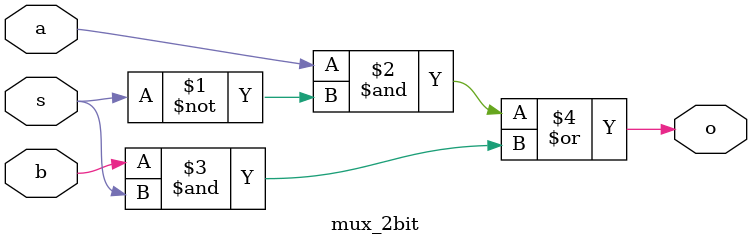
<source format=v>
`timescale 1ns / 1ps
module mux_2bit(
    input a,
    input b,
    input s,
    output o
    );

	assign o = (a&~s)|(b&s);

endmodule

</source>
